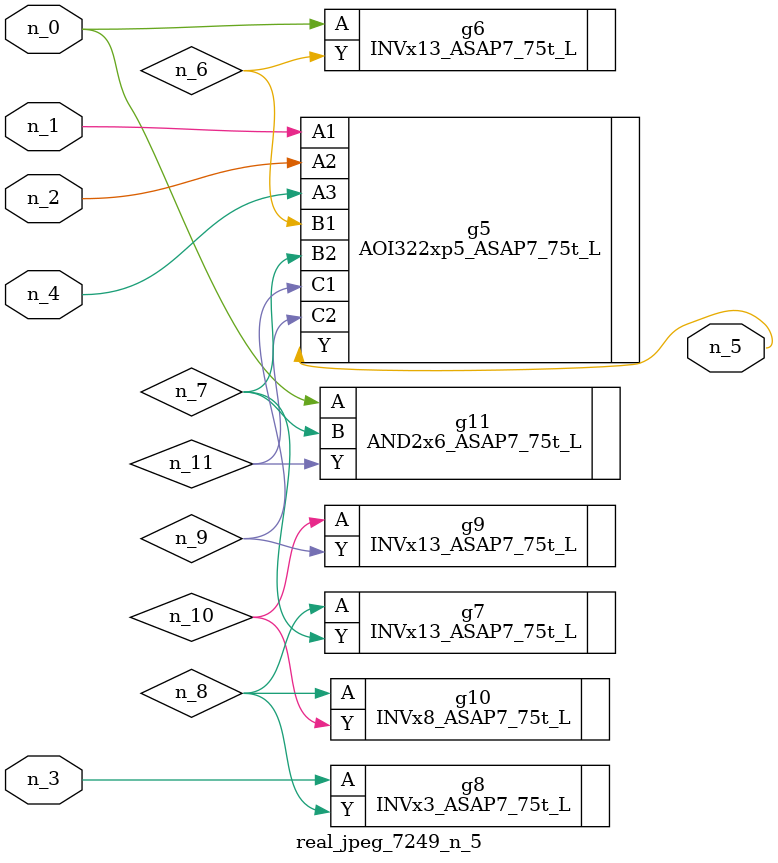
<source format=v>
module real_jpeg_7249_n_5 (n_4, n_0, n_1, n_2, n_3, n_5);

input n_4;
input n_0;
input n_1;
input n_2;
input n_3;

output n_5;

wire n_8;
wire n_11;
wire n_6;
wire n_7;
wire n_10;
wire n_9;

INVx13_ASAP7_75t_L g6 ( 
.A(n_0),
.Y(n_6)
);

AND2x6_ASAP7_75t_L g11 ( 
.A(n_0),
.B(n_7),
.Y(n_11)
);

AOI322xp5_ASAP7_75t_L g5 ( 
.A1(n_1),
.A2(n_2),
.A3(n_4),
.B1(n_6),
.B2(n_7),
.C1(n_9),
.C2(n_11),
.Y(n_5)
);

INVx3_ASAP7_75t_L g8 ( 
.A(n_3),
.Y(n_8)
);

INVx13_ASAP7_75t_L g7 ( 
.A(n_8),
.Y(n_7)
);

INVx8_ASAP7_75t_L g10 ( 
.A(n_8),
.Y(n_10)
);

INVx13_ASAP7_75t_L g9 ( 
.A(n_10),
.Y(n_9)
);


endmodule
</source>
